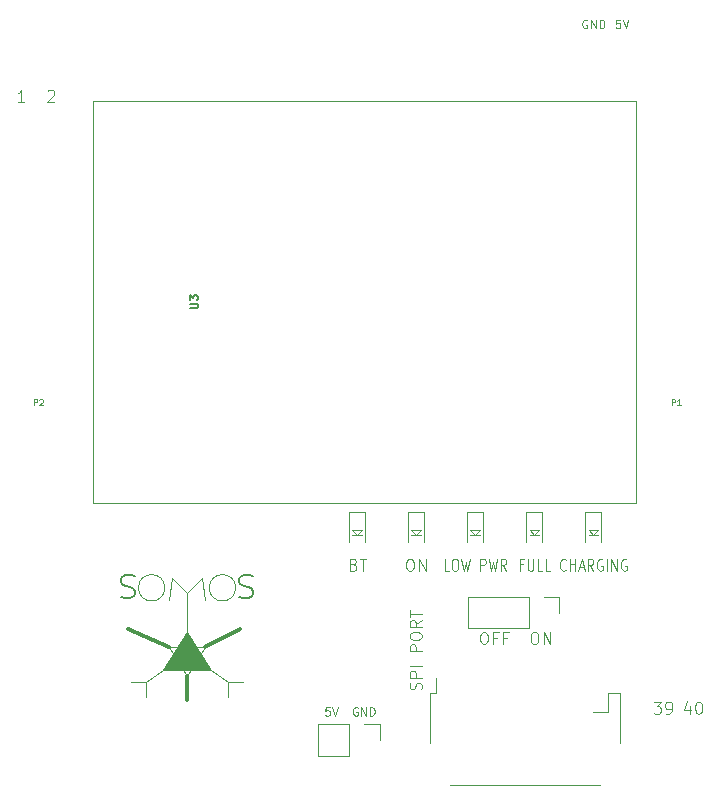
<source format=gbr>
G04 #@! TF.GenerationSoftware,KiCad,Pcbnew,5.1.5-52549c5~86~ubuntu18.04.1*
G04 #@! TF.CreationDate,2020-04-28T10:32:59-07:00*
G04 #@! TF.ProjectId,SHIELD_MIMAS_TFT_BT_POWERSUPPLY,53484945-4c44-45f4-9d49-4d41535f5446,rev?*
G04 #@! TF.SameCoordinates,Original*
G04 #@! TF.FileFunction,Legend,Top*
G04 #@! TF.FilePolarity,Positive*
%FSLAX46Y46*%
G04 Gerber Fmt 4.6, Leading zero omitted, Abs format (unit mm)*
G04 Created by KiCad (PCBNEW 5.1.5-52549c5~86~ubuntu18.04.1) date 2020-04-28 10:32:59*
%MOMM*%
%LPD*%
G04 APERTURE LIST*
%ADD10C,0.120000*%
%ADD11C,0.100000*%
%ADD12C,0.300000*%
%ADD13C,0.125000*%
%ADD14C,0.150000*%
G04 APERTURE END LIST*
D10*
X151930000Y-127270000D02*
X151930000Y-128600000D01*
X150600000Y-127270000D02*
X151930000Y-127270000D01*
X149330000Y-127270000D02*
X149330000Y-129930000D01*
X149330000Y-129930000D02*
X146730000Y-129930000D01*
X149330000Y-127270000D02*
X146730000Y-127270000D01*
X146730000Y-127270000D02*
X146730000Y-129930000D01*
X173600000Y-74500000D02*
X127600000Y-74500000D01*
X173600000Y-108500000D02*
X173600000Y-74500000D01*
X127600000Y-108500000D02*
X173600000Y-108500000D01*
X127600000Y-108500000D02*
X127600000Y-74500000D01*
X157860000Y-132410000D02*
X170540000Y-132410000D01*
X171240000Y-126190000D02*
X169960000Y-126190000D01*
X171240000Y-124590000D02*
X171240000Y-126190000D01*
X172260000Y-124590000D02*
X171240000Y-124590000D01*
X172260000Y-128840000D02*
X172260000Y-124590000D01*
X156700000Y-124590000D02*
X156700000Y-123300000D01*
X156140000Y-124590000D02*
X156700000Y-124590000D01*
X156140000Y-128840000D02*
X156140000Y-124590000D01*
X167130000Y-116470000D02*
X167130000Y-117800000D01*
X165800000Y-116470000D02*
X167130000Y-116470000D01*
X164530000Y-116470000D02*
X164530000Y-119130000D01*
X164530000Y-119130000D02*
X159390000Y-119130000D01*
X164530000Y-116470000D02*
X159390000Y-116470000D01*
X159390000Y-116470000D02*
X159390000Y-119130000D01*
X150400000Y-110800000D02*
X149600000Y-110800000D01*
X150400000Y-111200000D02*
X149600000Y-111200000D01*
X150000000Y-111200000D02*
X149600000Y-110800000D01*
X150400000Y-110800000D02*
X150000000Y-111200000D01*
X149315000Y-109315000D02*
X149315000Y-111800000D01*
X150685000Y-109315000D02*
X149315000Y-109315000D01*
X150685000Y-111800000D02*
X150685000Y-109315000D01*
X155400000Y-110800000D02*
X154600000Y-110800000D01*
X155400000Y-111200000D02*
X154600000Y-111200000D01*
X155000000Y-111200000D02*
X154600000Y-110800000D01*
X155400000Y-110800000D02*
X155000000Y-111200000D01*
X154315000Y-109315000D02*
X154315000Y-111800000D01*
X155685000Y-109315000D02*
X154315000Y-109315000D01*
X155685000Y-111800000D02*
X155685000Y-109315000D01*
X160400000Y-110800000D02*
X159600000Y-110800000D01*
X160400000Y-111200000D02*
X159600000Y-111200000D01*
X160000000Y-111200000D02*
X159600000Y-110800000D01*
X160400000Y-110800000D02*
X160000000Y-111200000D01*
X159315000Y-109315000D02*
X159315000Y-111800000D01*
X160685000Y-109315000D02*
X159315000Y-109315000D01*
X160685000Y-111800000D02*
X160685000Y-109315000D01*
X165400000Y-110800000D02*
X164600000Y-110800000D01*
X165400000Y-111200000D02*
X164600000Y-111200000D01*
X165000000Y-111200000D02*
X164600000Y-110800000D01*
X165400000Y-110800000D02*
X165000000Y-111200000D01*
X164315000Y-109315000D02*
X164315000Y-111800000D01*
X165685000Y-109315000D02*
X164315000Y-109315000D01*
X165685000Y-111800000D02*
X165685000Y-109315000D01*
X170400000Y-110800000D02*
X169600000Y-110800000D01*
X170400000Y-111200000D02*
X169600000Y-111200000D01*
X170000000Y-111200000D02*
X169600000Y-110800000D01*
X170400000Y-110800000D02*
X170000000Y-111200000D01*
X169315000Y-109315000D02*
X169315000Y-111800000D01*
X170685000Y-109315000D02*
X169315000Y-109315000D01*
X170685000Y-111800000D02*
X170685000Y-109315000D01*
X135600000Y-123200000D02*
X134100000Y-120700000D01*
X137100000Y-120700000D02*
X135600000Y-123200000D01*
X134100000Y-120700000D02*
X137100000Y-120700000D01*
X139718034Y-115700000D02*
G75*
G03X139718034Y-115700000I-1118034J0D01*
G01*
X133718034Y-115700000D02*
G75*
G03X133718034Y-115700000I-1118034J0D01*
G01*
X136870000Y-114850000D02*
X137100000Y-116700000D01*
X134330000Y-114850000D02*
X134100000Y-116700000D01*
D11*
G36*
X137600000Y-122700000D02*
G01*
X133600000Y-122700000D01*
X135600000Y-119403949D01*
X137600000Y-122700000D01*
G37*
X137600000Y-122700000D02*
X133600000Y-122700000D01*
X135600000Y-119403949D01*
X137600000Y-122700000D01*
D10*
X137600000Y-122700000D02*
X135600000Y-119403949D01*
X133600000Y-122700000D02*
X137600000Y-122700000D01*
X135600000Y-119403949D02*
X133600000Y-122700000D01*
D12*
X135600000Y-123200000D02*
X135600000Y-125200000D01*
X134100000Y-120700000D02*
X130600000Y-119200000D01*
X137100000Y-120700000D02*
X140100000Y-119200000D01*
D10*
X132100000Y-123700000D02*
X132100000Y-124970000D01*
X130830000Y-123700000D02*
X132100000Y-123700000D01*
X133600000Y-122700000D02*
X132100000Y-123700000D01*
X139100000Y-123700000D02*
X140370000Y-123700000D01*
X139100000Y-123700000D02*
X139100000Y-124970000D01*
X137600000Y-122700000D02*
X139100000Y-123700000D01*
X135600000Y-116120000D02*
X136870000Y-114850000D01*
X134330000Y-114850000D02*
X135600000Y-116120000D01*
X135600000Y-116120000D02*
X134330000Y-114850000D01*
X135600000Y-117390000D02*
X135600000Y-116120000D01*
X135600000Y-119403949D02*
X135600000Y-117390000D01*
D11*
X169466666Y-67650000D02*
X169400000Y-67616666D01*
X169300000Y-67616666D01*
X169200000Y-67650000D01*
X169133333Y-67716666D01*
X169100000Y-67783333D01*
X169066666Y-67916666D01*
X169066666Y-68016666D01*
X169100000Y-68150000D01*
X169133333Y-68216666D01*
X169200000Y-68283333D01*
X169300000Y-68316666D01*
X169366666Y-68316666D01*
X169466666Y-68283333D01*
X169500000Y-68250000D01*
X169500000Y-68016666D01*
X169366666Y-68016666D01*
X169800000Y-68316666D02*
X169800000Y-67616666D01*
X170200000Y-68316666D01*
X170200000Y-67616666D01*
X170533333Y-68316666D02*
X170533333Y-67616666D01*
X170700000Y-67616666D01*
X170800000Y-67650000D01*
X170866666Y-67716666D01*
X170900000Y-67783333D01*
X170933333Y-67916666D01*
X170933333Y-68016666D01*
X170900000Y-68150000D01*
X170866666Y-68216666D01*
X170800000Y-68283333D01*
X170700000Y-68316666D01*
X170533333Y-68316666D01*
X172266666Y-67616666D02*
X171933333Y-67616666D01*
X171900000Y-67950000D01*
X171933333Y-67916666D01*
X172000000Y-67883333D01*
X172166666Y-67883333D01*
X172233333Y-67916666D01*
X172266666Y-67950000D01*
X172300000Y-68016666D01*
X172300000Y-68183333D01*
X172266666Y-68250000D01*
X172233333Y-68283333D01*
X172166666Y-68316666D01*
X172000000Y-68316666D01*
X171933333Y-68283333D01*
X171900000Y-68250000D01*
X172500000Y-67616666D02*
X172733333Y-68316666D01*
X172966666Y-67616666D01*
X123806285Y-73639619D02*
X123853904Y-73592000D01*
X123949142Y-73544380D01*
X124187238Y-73544380D01*
X124282476Y-73592000D01*
X124330095Y-73639619D01*
X124377714Y-73734857D01*
X124377714Y-73830095D01*
X124330095Y-73972952D01*
X123758666Y-74544380D01*
X124377714Y-74544380D01*
X121837714Y-74544380D02*
X121266285Y-74544380D01*
X121552000Y-74544380D02*
X121552000Y-73544380D01*
X121456761Y-73687238D01*
X121361523Y-73782476D01*
X121266285Y-73830095D01*
X175098476Y-125360380D02*
X175717523Y-125360380D01*
X175384190Y-125741333D01*
X175527047Y-125741333D01*
X175622285Y-125788952D01*
X175669904Y-125836571D01*
X175717523Y-125931809D01*
X175717523Y-126169904D01*
X175669904Y-126265142D01*
X175622285Y-126312761D01*
X175527047Y-126360380D01*
X175241333Y-126360380D01*
X175146095Y-126312761D01*
X175098476Y-126265142D01*
X176193714Y-126360380D02*
X176384190Y-126360380D01*
X176479428Y-126312761D01*
X176527047Y-126265142D01*
X176622285Y-126122285D01*
X176669904Y-125931809D01*
X176669904Y-125550857D01*
X176622285Y-125455619D01*
X176574666Y-125408000D01*
X176479428Y-125360380D01*
X176288952Y-125360380D01*
X176193714Y-125408000D01*
X176146095Y-125455619D01*
X176098476Y-125550857D01*
X176098476Y-125788952D01*
X176146095Y-125884190D01*
X176193714Y-125931809D01*
X176288952Y-125979428D01*
X176479428Y-125979428D01*
X176574666Y-125931809D01*
X176622285Y-125884190D01*
X176669904Y-125788952D01*
X178162285Y-125693714D02*
X178162285Y-126360380D01*
X177924190Y-125312761D02*
X177686095Y-126027047D01*
X178305142Y-126027047D01*
X178876571Y-125360380D02*
X178971809Y-125360380D01*
X179067047Y-125408000D01*
X179114666Y-125455619D01*
X179162285Y-125550857D01*
X179209904Y-125741333D01*
X179209904Y-125979428D01*
X179162285Y-126169904D01*
X179114666Y-126265142D01*
X179067047Y-126312761D01*
X178971809Y-126360380D01*
X178876571Y-126360380D01*
X178781333Y-126312761D01*
X178733714Y-126265142D01*
X178686095Y-126169904D01*
X178638476Y-125979428D01*
X178638476Y-125741333D01*
X178686095Y-125550857D01*
X178733714Y-125455619D01*
X178781333Y-125408000D01*
X178876571Y-125360380D01*
X178162285Y-125693714D02*
X178162285Y-126360380D01*
X177924190Y-125312761D02*
X177686095Y-126027047D01*
X178305142Y-126027047D01*
X178876571Y-125360380D02*
X178971809Y-125360380D01*
X179067047Y-125408000D01*
X179114666Y-125455619D01*
X179162285Y-125550857D01*
X179209904Y-125741333D01*
X179209904Y-125979428D01*
X179162285Y-126169904D01*
X179114666Y-126265142D01*
X179067047Y-126312761D01*
X178971809Y-126360380D01*
X178876571Y-126360380D01*
X178781333Y-126312761D01*
X178733714Y-126265142D01*
X178686095Y-126169904D01*
X178638476Y-125979428D01*
X178638476Y-125741333D01*
X178686095Y-125550857D01*
X178733714Y-125455619D01*
X178781333Y-125408000D01*
X178876571Y-125360380D01*
X175098476Y-125360380D02*
X175717523Y-125360380D01*
X175384190Y-125741333D01*
X175527047Y-125741333D01*
X175622285Y-125788952D01*
X175669904Y-125836571D01*
X175717523Y-125931809D01*
X175717523Y-126169904D01*
X175669904Y-126265142D01*
X175622285Y-126312761D01*
X175527047Y-126360380D01*
X175241333Y-126360380D01*
X175146095Y-126312761D01*
X175098476Y-126265142D01*
X176193714Y-126360380D02*
X176384190Y-126360380D01*
X176479428Y-126312761D01*
X176527047Y-126265142D01*
X176622285Y-126122285D01*
X176669904Y-125931809D01*
X176669904Y-125550857D01*
X176622285Y-125455619D01*
X176574666Y-125408000D01*
X176479428Y-125360380D01*
X176288952Y-125360380D01*
X176193714Y-125408000D01*
X176146095Y-125455619D01*
X176098476Y-125550857D01*
X176098476Y-125788952D01*
X176146095Y-125884190D01*
X176193714Y-125931809D01*
X176288952Y-125979428D01*
X176479428Y-125979428D01*
X176574666Y-125931809D01*
X176622285Y-125884190D01*
X176669904Y-125788952D01*
D13*
X176630952Y-100226190D02*
X176630952Y-99726190D01*
X176821428Y-99726190D01*
X176869047Y-99750000D01*
X176892857Y-99773809D01*
X176916666Y-99821428D01*
X176916666Y-99892857D01*
X176892857Y-99940476D01*
X176869047Y-99964285D01*
X176821428Y-99988095D01*
X176630952Y-99988095D01*
X177392857Y-100226190D02*
X177107142Y-100226190D01*
X177250000Y-100226190D02*
X177250000Y-99726190D01*
X177202380Y-99797619D01*
X177154761Y-99845238D01*
X177107142Y-99869047D01*
X122630952Y-100226190D02*
X122630952Y-99726190D01*
X122821428Y-99726190D01*
X122869047Y-99750000D01*
X122892857Y-99773809D01*
X122916666Y-99821428D01*
X122916666Y-99892857D01*
X122892857Y-99940476D01*
X122869047Y-99964285D01*
X122821428Y-99988095D01*
X122630952Y-99988095D01*
X123107142Y-99773809D02*
X123130952Y-99750000D01*
X123178571Y-99726190D01*
X123297619Y-99726190D01*
X123345238Y-99750000D01*
X123369047Y-99773809D01*
X123392857Y-99821428D01*
X123392857Y-99869047D01*
X123369047Y-99940476D01*
X123083333Y-100226190D01*
X123392857Y-100226190D01*
D11*
X121837714Y-74544380D02*
X121266285Y-74544380D01*
X121552000Y-74544380D02*
X121552000Y-73544380D01*
X121456761Y-73687238D01*
X121361523Y-73782476D01*
X121266285Y-73830095D01*
X123806285Y-73639619D02*
X123853904Y-73592000D01*
X123949142Y-73544380D01*
X124187238Y-73544380D01*
X124282476Y-73592000D01*
X124330095Y-73639619D01*
X124377714Y-73734857D01*
X124377714Y-73830095D01*
X124330095Y-73972952D01*
X123758666Y-74544380D01*
X124377714Y-74544380D01*
X147666666Y-125816666D02*
X147333333Y-125816666D01*
X147300000Y-126150000D01*
X147333333Y-126116666D01*
X147400000Y-126083333D01*
X147566666Y-126083333D01*
X147633333Y-126116666D01*
X147666666Y-126150000D01*
X147700000Y-126216666D01*
X147700000Y-126383333D01*
X147666666Y-126450000D01*
X147633333Y-126483333D01*
X147566666Y-126516666D01*
X147400000Y-126516666D01*
X147333333Y-126483333D01*
X147300000Y-126450000D01*
X147900000Y-125816666D02*
X148133333Y-126516666D01*
X148366666Y-125816666D01*
X150033333Y-125850000D02*
X149966666Y-125816666D01*
X149866666Y-125816666D01*
X149766666Y-125850000D01*
X149700000Y-125916666D01*
X149666666Y-125983333D01*
X149633333Y-126116666D01*
X149633333Y-126216666D01*
X149666666Y-126350000D01*
X149700000Y-126416666D01*
X149766666Y-126483333D01*
X149866666Y-126516666D01*
X149933333Y-126516666D01*
X150033333Y-126483333D01*
X150066666Y-126450000D01*
X150066666Y-126216666D01*
X149933333Y-126216666D01*
X150366666Y-126516666D02*
X150366666Y-125816666D01*
X150766666Y-126516666D01*
X150766666Y-125816666D01*
X151100000Y-126516666D02*
X151100000Y-125816666D01*
X151266666Y-125816666D01*
X151366666Y-125850000D01*
X151433333Y-125916666D01*
X151466666Y-125983333D01*
X151500000Y-126116666D01*
X151500000Y-126216666D01*
X151466666Y-126350000D01*
X151433333Y-126416666D01*
X151366666Y-126483333D01*
X151266666Y-126516666D01*
X151100000Y-126516666D01*
D14*
X135816666Y-92033333D02*
X136383333Y-92033333D01*
X136450000Y-92000000D01*
X136483333Y-91966666D01*
X136516666Y-91900000D01*
X136516666Y-91766666D01*
X136483333Y-91700000D01*
X136450000Y-91666666D01*
X136383333Y-91633333D01*
X135816666Y-91633333D01*
X135816666Y-91366666D02*
X135816666Y-90933333D01*
X136083333Y-91166666D01*
X136083333Y-91066666D01*
X136116666Y-91000000D01*
X136150000Y-90966666D01*
X136216666Y-90933333D01*
X136383333Y-90933333D01*
X136450000Y-90966666D01*
X136483333Y-91000000D01*
X136516666Y-91066666D01*
X136516666Y-91266666D01*
X136483333Y-91333333D01*
X136450000Y-91366666D01*
D11*
X155404761Y-124309523D02*
X155452380Y-124166666D01*
X155452380Y-123928571D01*
X155404761Y-123833333D01*
X155357142Y-123785714D01*
X155261904Y-123738095D01*
X155166666Y-123738095D01*
X155071428Y-123785714D01*
X155023809Y-123833333D01*
X154976190Y-123928571D01*
X154928571Y-124119047D01*
X154880952Y-124214285D01*
X154833333Y-124261904D01*
X154738095Y-124309523D01*
X154642857Y-124309523D01*
X154547619Y-124261904D01*
X154500000Y-124214285D01*
X154452380Y-124119047D01*
X154452380Y-123880952D01*
X154500000Y-123738095D01*
X155452380Y-123309523D02*
X154452380Y-123309523D01*
X154452380Y-122928571D01*
X154500000Y-122833333D01*
X154547619Y-122785714D01*
X154642857Y-122738095D01*
X154785714Y-122738095D01*
X154880952Y-122785714D01*
X154928571Y-122833333D01*
X154976190Y-122928571D01*
X154976190Y-123309523D01*
X155452380Y-122309523D02*
X154452380Y-122309523D01*
X155452380Y-121071428D02*
X154452380Y-121071428D01*
X154452380Y-120690476D01*
X154500000Y-120595238D01*
X154547619Y-120547619D01*
X154642857Y-120500000D01*
X154785714Y-120500000D01*
X154880952Y-120547619D01*
X154928571Y-120595238D01*
X154976190Y-120690476D01*
X154976190Y-121071428D01*
X154452380Y-119880952D02*
X154452380Y-119690476D01*
X154500000Y-119595238D01*
X154595238Y-119500000D01*
X154785714Y-119452380D01*
X155119047Y-119452380D01*
X155309523Y-119500000D01*
X155404761Y-119595238D01*
X155452380Y-119690476D01*
X155452380Y-119880952D01*
X155404761Y-119976190D01*
X155309523Y-120071428D01*
X155119047Y-120119047D01*
X154785714Y-120119047D01*
X154595238Y-120071428D01*
X154500000Y-119976190D01*
X154452380Y-119880952D01*
X155452380Y-118452380D02*
X154976190Y-118785714D01*
X155452380Y-119023809D02*
X154452380Y-119023809D01*
X154452380Y-118642857D01*
X154500000Y-118547619D01*
X154547619Y-118500000D01*
X154642857Y-118452380D01*
X154785714Y-118452380D01*
X154880952Y-118500000D01*
X154928571Y-118547619D01*
X154976190Y-118642857D01*
X154976190Y-119023809D01*
X154452380Y-118166666D02*
X154452380Y-117595238D01*
X155452380Y-117880952D02*
X154452380Y-117880952D01*
X160638095Y-119452380D02*
X160828571Y-119452380D01*
X160923809Y-119500000D01*
X161019047Y-119595238D01*
X161066666Y-119785714D01*
X161066666Y-120119047D01*
X161019047Y-120309523D01*
X160923809Y-120404761D01*
X160828571Y-120452380D01*
X160638095Y-120452380D01*
X160542857Y-120404761D01*
X160447619Y-120309523D01*
X160400000Y-120119047D01*
X160400000Y-119785714D01*
X160447619Y-119595238D01*
X160542857Y-119500000D01*
X160638095Y-119452380D01*
X161828571Y-119928571D02*
X161495238Y-119928571D01*
X161495238Y-120452380D02*
X161495238Y-119452380D01*
X161971428Y-119452380D01*
X162685714Y-119928571D02*
X162352380Y-119928571D01*
X162352380Y-120452380D02*
X162352380Y-119452380D01*
X162828571Y-119452380D01*
X164923809Y-119452380D02*
X165114285Y-119452380D01*
X165209523Y-119500000D01*
X165304761Y-119595238D01*
X165352380Y-119785714D01*
X165352380Y-120119047D01*
X165304761Y-120309523D01*
X165209523Y-120404761D01*
X165114285Y-120452380D01*
X164923809Y-120452380D01*
X164828571Y-120404761D01*
X164733333Y-120309523D01*
X164685714Y-120119047D01*
X164685714Y-119785714D01*
X164733333Y-119595238D01*
X164828571Y-119500000D01*
X164923809Y-119452380D01*
X165780952Y-120452380D02*
X165780952Y-119452380D01*
X166352380Y-120452380D01*
X166352380Y-119452380D01*
X149690476Y-113728571D02*
X149833333Y-113776190D01*
X149880952Y-113823809D01*
X149928571Y-113919047D01*
X149928571Y-114061904D01*
X149880952Y-114157142D01*
X149833333Y-114204761D01*
X149738095Y-114252380D01*
X149357142Y-114252380D01*
X149357142Y-113252380D01*
X149690476Y-113252380D01*
X149785714Y-113300000D01*
X149833333Y-113347619D01*
X149880952Y-113442857D01*
X149880952Y-113538095D01*
X149833333Y-113633333D01*
X149785714Y-113680952D01*
X149690476Y-113728571D01*
X149357142Y-113728571D01*
X150214285Y-113252380D02*
X150785714Y-113252380D01*
X150500000Y-114252380D02*
X150500000Y-113252380D01*
X154380952Y-113252380D02*
X154571428Y-113252380D01*
X154666666Y-113300000D01*
X154761904Y-113395238D01*
X154809523Y-113585714D01*
X154809523Y-113919047D01*
X154761904Y-114109523D01*
X154666666Y-114204761D01*
X154571428Y-114252380D01*
X154380952Y-114252380D01*
X154285714Y-114204761D01*
X154190476Y-114109523D01*
X154142857Y-113919047D01*
X154142857Y-113585714D01*
X154190476Y-113395238D01*
X154285714Y-113300000D01*
X154380952Y-113252380D01*
X155238095Y-114252380D02*
X155238095Y-113252380D01*
X155809523Y-114252380D01*
X155809523Y-113252380D01*
X157809523Y-114252380D02*
X157428571Y-114252380D01*
X157428571Y-113252380D01*
X158228571Y-113252380D02*
X158380952Y-113252380D01*
X158457142Y-113300000D01*
X158533333Y-113395238D01*
X158571428Y-113585714D01*
X158571428Y-113919047D01*
X158533333Y-114109523D01*
X158457142Y-114204761D01*
X158380952Y-114252380D01*
X158228571Y-114252380D01*
X158152380Y-114204761D01*
X158076190Y-114109523D01*
X158038095Y-113919047D01*
X158038095Y-113585714D01*
X158076190Y-113395238D01*
X158152380Y-113300000D01*
X158228571Y-113252380D01*
X158838095Y-113252380D02*
X159028571Y-114252380D01*
X159180952Y-113538095D01*
X159333333Y-114252380D01*
X159523809Y-113252380D01*
X160438095Y-114252380D02*
X160438095Y-113252380D01*
X160742857Y-113252380D01*
X160819047Y-113300000D01*
X160857142Y-113347619D01*
X160895238Y-113442857D01*
X160895238Y-113585714D01*
X160857142Y-113680952D01*
X160819047Y-113728571D01*
X160742857Y-113776190D01*
X160438095Y-113776190D01*
X161161904Y-113252380D02*
X161352380Y-114252380D01*
X161504761Y-113538095D01*
X161657142Y-114252380D01*
X161847619Y-113252380D01*
X162609523Y-114252380D02*
X162342857Y-113776190D01*
X162152380Y-114252380D02*
X162152380Y-113252380D01*
X162457142Y-113252380D01*
X162533333Y-113300000D01*
X162571428Y-113347619D01*
X162609523Y-113442857D01*
X162609523Y-113585714D01*
X162571428Y-113680952D01*
X162533333Y-113728571D01*
X162457142Y-113776190D01*
X162152380Y-113776190D01*
X164047619Y-113728571D02*
X163780952Y-113728571D01*
X163780952Y-114252380D02*
X163780952Y-113252380D01*
X164161904Y-113252380D01*
X164466666Y-113252380D02*
X164466666Y-114061904D01*
X164504761Y-114157142D01*
X164542857Y-114204761D01*
X164619047Y-114252380D01*
X164771428Y-114252380D01*
X164847619Y-114204761D01*
X164885714Y-114157142D01*
X164923809Y-114061904D01*
X164923809Y-113252380D01*
X165685714Y-114252380D02*
X165304761Y-114252380D01*
X165304761Y-113252380D01*
X166333333Y-114252380D02*
X165952380Y-114252380D01*
X165952380Y-113252380D01*
X167676190Y-114157142D02*
X167638095Y-114204761D01*
X167523809Y-114252380D01*
X167447619Y-114252380D01*
X167333333Y-114204761D01*
X167257142Y-114109523D01*
X167219047Y-114014285D01*
X167180952Y-113823809D01*
X167180952Y-113680952D01*
X167219047Y-113490476D01*
X167257142Y-113395238D01*
X167333333Y-113300000D01*
X167447619Y-113252380D01*
X167523809Y-113252380D01*
X167638095Y-113300000D01*
X167676190Y-113347619D01*
X168019047Y-114252380D02*
X168019047Y-113252380D01*
X168019047Y-113728571D02*
X168476190Y-113728571D01*
X168476190Y-114252380D02*
X168476190Y-113252380D01*
X168819047Y-113966666D02*
X169200000Y-113966666D01*
X168742857Y-114252380D02*
X169009523Y-113252380D01*
X169276190Y-114252380D01*
X170000000Y-114252380D02*
X169733333Y-113776190D01*
X169542857Y-114252380D02*
X169542857Y-113252380D01*
X169847619Y-113252380D01*
X169923809Y-113300000D01*
X169961904Y-113347619D01*
X170000000Y-113442857D01*
X170000000Y-113585714D01*
X169961904Y-113680952D01*
X169923809Y-113728571D01*
X169847619Y-113776190D01*
X169542857Y-113776190D01*
X170761904Y-113300000D02*
X170685714Y-113252380D01*
X170571428Y-113252380D01*
X170457142Y-113300000D01*
X170380952Y-113395238D01*
X170342857Y-113490476D01*
X170304761Y-113680952D01*
X170304761Y-113823809D01*
X170342857Y-114014285D01*
X170380952Y-114109523D01*
X170457142Y-114204761D01*
X170571428Y-114252380D01*
X170647619Y-114252380D01*
X170761904Y-114204761D01*
X170800000Y-114157142D01*
X170800000Y-113823809D01*
X170647619Y-113823809D01*
X171142857Y-114252380D02*
X171142857Y-113252380D01*
X171523809Y-114252380D02*
X171523809Y-113252380D01*
X171980952Y-114252380D01*
X171980952Y-113252380D01*
X172780952Y-113300000D02*
X172704761Y-113252380D01*
X172590476Y-113252380D01*
X172476190Y-113300000D01*
X172400000Y-113395238D01*
X172361904Y-113490476D01*
X172323809Y-113680952D01*
X172323809Y-113823809D01*
X172361904Y-114014285D01*
X172400000Y-114109523D01*
X172476190Y-114204761D01*
X172590476Y-114252380D01*
X172666666Y-114252380D01*
X172780952Y-114204761D01*
X172819047Y-114157142D01*
X172819047Y-113823809D01*
X172666666Y-113823809D01*
D14*
X140028571Y-116509523D02*
X140314285Y-116604761D01*
X140790476Y-116604761D01*
X140980952Y-116509523D01*
X141076190Y-116414285D01*
X141171428Y-116223809D01*
X141171428Y-116033333D01*
X141076190Y-115842857D01*
X140980952Y-115747619D01*
X140790476Y-115652380D01*
X140409523Y-115557142D01*
X140219047Y-115461904D01*
X140123809Y-115366666D01*
X140028571Y-115176190D01*
X140028571Y-114985714D01*
X140123809Y-114795238D01*
X140219047Y-114700000D01*
X140409523Y-114604761D01*
X140885714Y-114604761D01*
X141171428Y-114700000D01*
X130028571Y-116509523D02*
X130314285Y-116604761D01*
X130790476Y-116604761D01*
X130980952Y-116509523D01*
X131076190Y-116414285D01*
X131171428Y-116223809D01*
X131171428Y-116033333D01*
X131076190Y-115842857D01*
X130980952Y-115747619D01*
X130790476Y-115652380D01*
X130409523Y-115557142D01*
X130219047Y-115461904D01*
X130123809Y-115366666D01*
X130028571Y-115176190D01*
X130028571Y-114985714D01*
X130123809Y-114795238D01*
X130219047Y-114700000D01*
X130409523Y-114604761D01*
X130885714Y-114604761D01*
X131171428Y-114700000D01*
M02*

</source>
